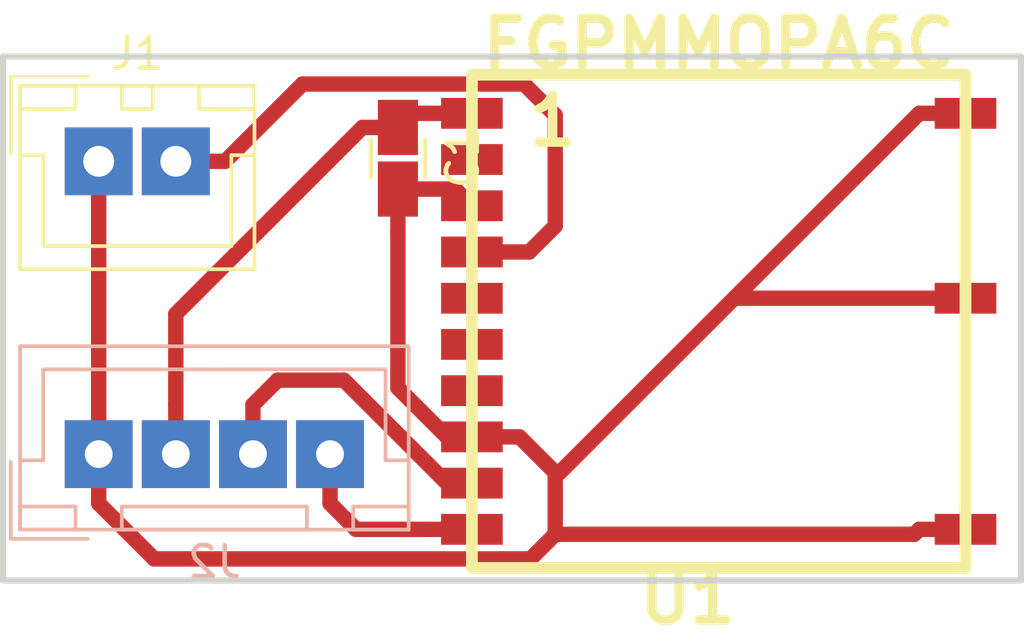
<source format=kicad_pcb>
(kicad_pcb (version 20171130) (host pcbnew 5.0.2-bee76a0~70~ubuntu18.04.1)

  (general
    (thickness 1.6)
    (drawings 4)
    (tracks 45)
    (zones 0)
    (modules 4)
    (nets 10)
  )

  (page A4)
  (layers
    (0 F.Cu signal)
    (31 B.Cu signal)
    (32 B.Adhes user)
    (33 F.Adhes user)
    (34 B.Paste user)
    (35 F.Paste user)
    (36 B.SilkS user)
    (37 F.SilkS user)
    (38 B.Mask user)
    (39 F.Mask user)
    (40 Dwgs.User user)
    (41 Cmts.User user)
    (42 Eco1.User user)
    (43 Eco2.User user)
    (44 Edge.Cuts user)
    (45 Margin user)
    (46 B.CrtYd user)
    (47 F.CrtYd user)
    (48 B.Fab user)
    (49 F.Fab user)
  )

  (setup
    (last_trace_width 0.5)
    (trace_clearance 0.2)
    (zone_clearance 0.508)
    (zone_45_only no)
    (trace_min 0.2)
    (segment_width 0.2)
    (edge_width 0.15)
    (via_size 2)
    (via_drill 0.4)
    (via_min_size 0.4)
    (via_min_drill 0.3)
    (uvia_size 0.3)
    (uvia_drill 0.1)
    (uvias_allowed no)
    (uvia_min_size 0.2)
    (uvia_min_drill 0.1)
    (pcb_text_width 0.3)
    (pcb_text_size 1.5 1.5)
    (mod_edge_width 0.15)
    (mod_text_size 1 1)
    (mod_text_width 0.15)
    (pad_size 1.524 1.524)
    (pad_drill 0.762)
    (pad_to_mask_clearance 0.051)
    (solder_mask_min_width 0.25)
    (aux_axis_origin 0 0)
    (visible_elements FFFFFF7F)
    (pcbplotparams
      (layerselection 0x010fc_ffffffff)
      (usegerberextensions false)
      (usegerberattributes false)
      (usegerberadvancedattributes false)
      (creategerberjobfile false)
      (excludeedgelayer true)
      (linewidth 0.100000)
      (plotframeref false)
      (viasonmask false)
      (mode 1)
      (useauxorigin false)
      (hpglpennumber 1)
      (hpglpenspeed 20)
      (hpglpendiameter 15.000000)
      (psnegative false)
      (psa4output false)
      (plotreference true)
      (plotvalue true)
      (plotinvisibletext false)
      (padsonsilk false)
      (subtractmaskfromsilk false)
      (outputformat 1)
      (mirror false)
      (drillshape 1)
      (scaleselection 1)
      (outputdirectory ""))
  )

  (net 0 "")
  (net 1 GND)
  (net 2 VCC)
  (net 3 GPS_TX)
  (net 4 GPS_RX)
  (net 5 +BATT)
  (net 6 "Net-(U1-Pad2)")
  (net 7 "Net-(U1-Pad5)")
  (net 8 "Net-(U1-Pad6)")
  (net 9 "Net-(U1-Pad7)")

  (net_class Default "This is the default net class."
    (clearance 0.2)
    (trace_width 0.5)
    (via_dia 2)
    (via_drill 0.4)
    (uvia_dia 0.3)
    (uvia_drill 0.1)
    (add_net +BATT)
    (add_net GND)
    (add_net GPS_RX)
    (add_net GPS_TX)
    (add_net "Net-(U1-Pad2)")
    (add_net "Net-(U1-Pad5)")
    (add_net "Net-(U1-Pad6)")
    (add_net "Net-(U1-Pad7)")
    (add_net VCC)
  )

  (module coddingtonbear:0805_Milling (layer F.Cu) (tedit 5A864972) (tstamp 5CE43D4E)
    (at 121.8 80.3 270)
    (descr "Resistor SMD 0805, reflow soldering, Vishay (see dcrcw.pdf)")
    (tags "resistor 0805")
    (path /5CE26E4E)
    (attr smd)
    (fp_text reference C1 (at 0 -2.1 270) (layer F.SilkS)
      (effects (font (size 1 1) (thickness 0.15)))
    )
    (fp_text value 0.1u (at 0 2.1 270) (layer F.Fab)
      (effects (font (size 1 1) (thickness 0.15)))
    )
    (fp_line (start -0.6 -0.875) (end 0.6 -0.875) (layer F.SilkS) (width 0.15))
    (fp_line (start 0.6 0.875) (end -0.6 0.875) (layer F.SilkS) (width 0.15))
    (pad 2 smd rect (at 1 0 270) (size 1.79 1.3) (layers F.Cu F.Paste F.Mask)
      (net 1 GND))
    (pad 1 smd rect (at -1 0 270) (size 1.79 1.3) (layers F.Cu F.Paste F.Mask)
      (net 2 VCC))
    (model Resistors_SMD.3dshapes/R_0805.wrl
      (at (xyz 0 0 0))
      (scale (xyz 1 1 1))
      (rotate (xyz 0 0 0))
    )
  )

  (module coddingtonbear:FGPMMOPA6C (layer F.Cu) (tedit 5A868156) (tstamp 5CE43D46)
    (at 132.20049 85.591501)
    (path /5CE2698A)
    (fp_text reference U1 (at -1.00076 8.99922) (layer F.SilkS)
      (effects (font (size 1.524 1.524) (thickness 0.3048)))
    )
    (fp_text value FGPMMOPA6C (at 0 -8.99922) (layer F.SilkS)
      (effects (font (size 1.524 1.524) (thickness 0.3048)))
    )
    (fp_text user 1 (at -5.3848 -6.5024) (layer F.SilkS)
      (effects (font (size 1.524 1.524) (thickness 0.3048)))
    )
    (fp_line (start -8.001 0) (end -8.001 -8.001) (layer F.SilkS) (width 0.381))
    (fp_line (start -8.001 -8.001) (end 8.001 -8.001) (layer F.SilkS) (width 0.381))
    (fp_line (start 8.001 -8.001) (end 8.001 5.99948) (layer F.SilkS) (width 0.381))
    (fp_line (start 8.001 5.99948) (end 8.001 8.001) (layer F.SilkS) (width 0.381))
    (fp_line (start 8.001 8.001) (end -8.001 8.001) (layer F.SilkS) (width 0.381))
    (fp_line (start -8.001 8.001) (end -8.001 0) (layer F.SilkS) (width 0.381))
    (pad 1 smd rect (at -8.001 -6.74878) (size 1.99898 1.00076) (layers F.Cu F.Paste F.Mask)
      (net 2 VCC))
    (pad 2 smd rect (at -8.001 -5.25018) (size 1.99898 1.00076) (layers F.Cu F.Paste F.Mask)
      (net 6 "Net-(U1-Pad2)"))
    (pad 3 smd rect (at -8.001 -3.74904) (size 1.99898 1.00076) (layers F.Cu F.Paste F.Mask)
      (net 1 GND))
    (pad 4 smd rect (at -8.001 -2.25044) (size 1.99898 1.00076) (layers F.Cu F.Paste F.Mask)
      (net 5 +BATT))
    (pad 5 smd rect (at -8.001 -0.7493) (size 1.99898 1.00076) (layers F.Cu F.Paste F.Mask)
      (net 7 "Net-(U1-Pad5)"))
    (pad 6 smd rect (at -8.001 0.7493) (size 1.99898 1.00076) (layers F.Cu F.Paste F.Mask)
      (net 8 "Net-(U1-Pad6)"))
    (pad 7 smd rect (at -8.001 2.25044) (size 1.99898 1.00076) (layers F.Cu F.Paste F.Mask)
      (net 9 "Net-(U1-Pad7)"))
    (pad 8 smd rect (at -8.001 3.74904) (size 1.99898 1.00076) (layers F.Cu F.Paste F.Mask)
      (net 1 GND))
    (pad 9 smd rect (at -8.001 5.25018) (size 1.99898 1.00076) (layers F.Cu F.Paste F.Mask)
      (net 3 GPS_TX))
    (pad 10 smd rect (at -8.001 6.74878) (size 1.99898 1.00076) (layers F.Cu F.Paste F.Mask)
      (net 4 GPS_RX))
    (pad 11 smd rect (at 8.001 6.74878) (size 1.99898 1.00076) (layers F.Cu F.Paste F.Mask)
      (net 1 GND))
    (pad 12 smd rect (at 8.001 -0.7493) (size 1.99898 1.00076) (layers F.Cu F.Paste F.Mask)
      (net 1 GND))
    (pad 13 smd rect (at 8.001 -6.74878) (size 1.99898 1.00076) (layers F.Cu F.Paste F.Mask)
      (net 1 GND))
  )

  (module coddingtonbear:JST_XH_B02B-XH-A_02x2.50mm_Straight_LargePads (layer F.Cu) (tedit 5C68C6C1) (tstamp 5CE43D2E)
    (at 112.1 80.4)
    (descr "JST XH series connector, B02B-XH-A, top entry type, through hole")
    (tags "connector jst xh tht top vertical 2.50mm")
    (path /5CE27172)
    (fp_text reference J1 (at 1.25 -3.5 180) (layer F.SilkS)
      (effects (font (size 1 1) (thickness 0.15)))
    )
    (fp_text value BATT (at 1.25 4.5) (layer F.Fab)
      (effects (font (size 1 1) (thickness 0.15)))
    )
    (fp_line (start -2.450001 -2.35) (end -2.450001 3.4) (layer F.Fab) (width 0.1))
    (fp_line (start -2.450001 3.4) (end 4.950001 3.4) (layer F.Fab) (width 0.1))
    (fp_line (start 4.950001 3.4) (end 4.950001 -2.35) (layer F.Fab) (width 0.1))
    (fp_line (start 4.950001 -2.35) (end -2.450001 -2.35) (layer F.Fab) (width 0.1))
    (fp_line (start -2.95 -2.85) (end -2.95 3.899999) (layer F.CrtYd) (width 0.05))
    (fp_line (start -2.95 3.899999) (end 5.45 3.899999) (layer F.CrtYd) (width 0.05))
    (fp_line (start 5.45 3.899999) (end 5.45 -2.85) (layer F.CrtYd) (width 0.05))
    (fp_line (start 5.45 -2.85) (end -2.95 -2.85) (layer F.CrtYd) (width 0.05))
    (fp_line (start -2.55 -2.45) (end -2.55 3.5) (layer F.SilkS) (width 0.12))
    (fp_line (start -2.55 3.5) (end 5.05 3.5) (layer F.SilkS) (width 0.12))
    (fp_line (start 5.05 3.5) (end 5.05 -2.45) (layer F.SilkS) (width 0.12))
    (fp_line (start 5.05 -2.45) (end -2.55 -2.45) (layer F.SilkS) (width 0.12))
    (fp_line (start 0.75 -2.450001) (end 0.750001 -1.7) (layer F.SilkS) (width 0.12))
    (fp_line (start 0.750001 -1.7) (end 1.749999 -1.7) (layer F.SilkS) (width 0.12))
    (fp_line (start 1.749999 -1.7) (end 1.749999 -2.45) (layer F.SilkS) (width 0.12))
    (fp_line (start 1.749999 -2.45) (end 0.75 -2.450001) (layer F.SilkS) (width 0.12))
    (fp_line (start -2.55 -2.45) (end -2.55 -1.7) (layer F.SilkS) (width 0.12))
    (fp_line (start -2.55 -1.7) (end -0.750001 -1.7) (layer F.SilkS) (width 0.12))
    (fp_line (start -0.750001 -1.7) (end -0.75 -2.450001) (layer F.SilkS) (width 0.12))
    (fp_line (start -0.75 -2.450001) (end -2.55 -2.45) (layer F.SilkS) (width 0.12))
    (fp_line (start 3.25 -2.450001) (end 3.250001 -1.7) (layer F.SilkS) (width 0.12))
    (fp_line (start 3.250001 -1.7) (end 5.05 -1.7) (layer F.SilkS) (width 0.12))
    (fp_line (start 5.05 -1.7) (end 5.05 -2.45) (layer F.SilkS) (width 0.12))
    (fp_line (start 5.05 -2.45) (end 3.25 -2.450001) (layer F.SilkS) (width 0.12))
    (fp_line (start -2.55 -0.2) (end -1.8 -0.2) (layer F.SilkS) (width 0.12))
    (fp_line (start -1.8 -0.2) (end -1.8 2.75) (layer F.SilkS) (width 0.12))
    (fp_line (start -1.8 2.75) (end 1.25 2.75) (layer F.SilkS) (width 0.12))
    (fp_line (start 5.05 -0.2) (end 4.3 -0.2) (layer F.SilkS) (width 0.12))
    (fp_line (start 4.3 -0.2) (end 4.3 2.75) (layer F.SilkS) (width 0.12))
    (fp_line (start 4.3 2.75) (end 1.25 2.75) (layer F.SilkS) (width 0.12))
    (fp_line (start -0.35 -2.75) (end -2.85 -2.75) (layer F.SilkS) (width 0.12))
    (fp_line (start -2.85 -2.75) (end -2.85 -0.25) (layer F.SilkS) (width 0.12))
    (fp_line (start -0.35 -2.75) (end -2.85 -2.75) (layer F.Fab) (width 0.1))
    (fp_line (start -2.85 -2.75) (end -2.85 -0.25) (layer F.Fab) (width 0.1))
    (fp_text user %R (at 1.25 2.499999) (layer F.Fab)
      (effects (font (size 1 1) (thickness 0.15)))
    )
    (pad 1 thru_hole rect (at 0 0) (size 2.2 2.2) (drill 1) (layers *.Cu *.Mask)
      (net 1 GND))
    (pad 2 thru_hole rect (at 2.5 0) (size 2.2 2.2) (drill 1) (layers *.Cu *.Mask)
      (net 5 +BATT))
    (model Connectors_JST.3dshapes/JST_XH_B02B-XH-A_02x2.50mm_Straight.wrl
      (at (xyz 0 0 0))
      (scale (xyz 1 1 1))
      (rotate (xyz 0 0 0))
    )
  )

  (module coddingtonbear:JST_XH_B04B-XH-A_04x2.50mm_Straight_LargePads (layer B.Cu) (tedit 5C68C6D6) (tstamp 5CE43D05)
    (at 112.1 89.9)
    (descr "JST XH series connector, B04B-XH-A, top entry type, through hole")
    (tags "connector jst xh tht top vertical 2.50mm")
    (path /5CE26A7B)
    (fp_text reference J2 (at 3.75 3.5) (layer B.SilkS)
      (effects (font (size 1 1) (thickness 0.15)) (justify mirror))
    )
    (fp_text value UART (at 3.75 -4.5) (layer B.Fab)
      (effects (font (size 1 1) (thickness 0.15)) (justify mirror))
    )
    (fp_line (start -2.45 2.35) (end -2.45 -3.4) (layer B.Fab) (width 0.1))
    (fp_line (start -2.45 -3.4) (end 9.95 -3.4) (layer B.Fab) (width 0.1))
    (fp_line (start 9.95 -3.4) (end 9.95 2.35) (layer B.Fab) (width 0.1))
    (fp_line (start 9.95 2.35) (end -2.45 2.35) (layer B.Fab) (width 0.1))
    (fp_line (start -2.95 2.85) (end -2.95 -3.9) (layer B.CrtYd) (width 0.05))
    (fp_line (start -2.95 -3.9) (end 10.4 -3.9) (layer B.CrtYd) (width 0.05))
    (fp_line (start 10.4 -3.9) (end 10.4 2.85) (layer B.CrtYd) (width 0.05))
    (fp_line (start 10.4 2.85) (end -2.95 2.85) (layer B.CrtYd) (width 0.05))
    (fp_line (start -2.55 2.45) (end -2.55 -3.5) (layer B.SilkS) (width 0.12))
    (fp_line (start -2.55 -3.5) (end 10.05 -3.5) (layer B.SilkS) (width 0.12))
    (fp_line (start 10.05 -3.5) (end 10.05 2.45) (layer B.SilkS) (width 0.12))
    (fp_line (start 10.05 2.45) (end -2.55 2.45) (layer B.SilkS) (width 0.12))
    (fp_line (start 0.75 2.45) (end 0.75 1.7) (layer B.SilkS) (width 0.12))
    (fp_line (start 0.75 1.7) (end 6.75 1.7) (layer B.SilkS) (width 0.12))
    (fp_line (start 6.75 1.7) (end 6.75 2.45) (layer B.SilkS) (width 0.12))
    (fp_line (start 6.75 2.45) (end 0.75 2.45) (layer B.SilkS) (width 0.12))
    (fp_line (start -2.55 2.45) (end -2.55 1.7) (layer B.SilkS) (width 0.12))
    (fp_line (start -2.55 1.7) (end -0.75 1.7) (layer B.SilkS) (width 0.12))
    (fp_line (start -0.75 1.7) (end -0.75 2.45) (layer B.SilkS) (width 0.12))
    (fp_line (start -0.75 2.45) (end -2.55 2.45) (layer B.SilkS) (width 0.12))
    (fp_line (start 8.25 2.45) (end 8.25 1.7) (layer B.SilkS) (width 0.12))
    (fp_line (start 8.25 1.7) (end 10.05 1.7) (layer B.SilkS) (width 0.12))
    (fp_line (start 10.05 1.7) (end 10.05 2.45) (layer B.SilkS) (width 0.12))
    (fp_line (start 10.05 2.45) (end 8.25 2.45) (layer B.SilkS) (width 0.12))
    (fp_line (start -2.55 0.2) (end -1.8 0.2) (layer B.SilkS) (width 0.12))
    (fp_line (start -1.8 0.2) (end -1.8 -2.75) (layer B.SilkS) (width 0.12))
    (fp_line (start -1.8 -2.75) (end 3.75 -2.75) (layer B.SilkS) (width 0.12))
    (fp_line (start 10.05 0.2) (end 9.3 0.2) (layer B.SilkS) (width 0.12))
    (fp_line (start 9.3 0.2) (end 9.3 -2.75) (layer B.SilkS) (width 0.12))
    (fp_line (start 9.3 -2.75) (end 3.75 -2.75) (layer B.SilkS) (width 0.12))
    (fp_line (start -0.35 2.75) (end -2.85 2.75) (layer B.SilkS) (width 0.12))
    (fp_line (start -2.85 2.75) (end -2.85 0.25) (layer B.SilkS) (width 0.12))
    (fp_line (start -0.35 2.75) (end -2.85 2.75) (layer B.Fab) (width 0.1))
    (fp_line (start -2.85 2.75) (end -2.85 0.25) (layer B.Fab) (width 0.1))
    (fp_text user %R (at 3.75 -2.5) (layer B.Fab)
      (effects (font (size 1 1) (thickness 0.15)) (justify mirror))
    )
    (pad 1 thru_hole rect (at 0 0) (size 2.2 2.2) (drill 0.9) (layers *.Cu *.Mask)
      (net 1 GND))
    (pad 2 thru_hole rect (at 2.5 0) (size 2.2 2.2) (drill 0.9) (layers *.Cu *.Mask)
      (net 2 VCC))
    (pad 3 thru_hole rect (at 5 0) (size 2.2 2.2) (drill 0.9) (layers *.Cu *.Mask)
      (net 3 GPS_TX))
    (pad 4 thru_hole rect (at 7.5 0) (size 2.2 2.2) (drill 0.9) (layers *.Cu *.Mask)
      (net 4 GPS_RX))
    (model Connectors_JST.3dshapes/JST_XH_B04B-XH-A_04x2.50mm_Straight.wrl
      (at (xyz 0 0 0))
      (scale (xyz 1 1 1))
      (rotate (xyz 0 0 0))
    )
  )

  (gr_line (start 109 94) (end 109 77) (layer Edge.Cuts) (width 0.2))
  (gr_line (start 142 94) (end 109 94) (layer Edge.Cuts) (width 0.2))
  (gr_line (start 142 77) (end 142 94) (layer Edge.Cuts) (width 0.2))
  (gr_line (start 109 77) (end 142 77) (layer Edge.Cuts) (width 0.2))

  (segment (start 126.9 92.5) (end 126.9 90.5) (width 0.5) (layer F.Cu) (net 1))
  (segment (start 125.740541 89.340541) (end 124.19949 89.340541) (width 0.5) (layer F.Cu) (net 1))
  (segment (start 126.9 90.5) (end 125.740541 89.340541) (width 0.5) (layer F.Cu) (net 1))
  (segment (start 127.044721 90.5) (end 126.9 90.5) (width 0.5) (layer F.Cu) (net 1))
  (segment (start 140.20149 78.842721) (end 138.702 78.842721) (width 0.5) (layer F.Cu) (net 1))
  (segment (start 132.786922 84.842201) (end 132.744721 84.8) (width 0.5) (layer F.Cu) (net 1))
  (segment (start 140.20149 84.842201) (end 132.786922 84.842201) (width 0.5) (layer F.Cu) (net 1))
  (segment (start 138.702 78.842721) (end 132.744721 84.8) (width 0.5) (layer F.Cu) (net 1))
  (segment (start 132.744721 84.8) (end 127.044721 90.5) (width 0.5) (layer F.Cu) (net 1))
  (segment (start 138.542281 92.5) (end 126.9 92.5) (width 0.5) (layer F.Cu) (net 1))
  (segment (start 140.20149 92.340281) (end 138.702 92.340281) (width 0.5) (layer F.Cu) (net 1))
  (segment (start 138.702 92.340281) (end 138.542281 92.5) (width 0.5) (layer F.Cu) (net 1))
  (segment (start 122.257279 78.842721) (end 121.8 79.3) (width 0.5) (layer F.Cu) (net 2))
  (segment (start 124.19949 78.842721) (end 122.257279 78.842721) (width 0.5) (layer F.Cu) (net 2))
  (segment (start 114.6 88.3) (end 114.6 89.9) (width 0.5) (layer F.Cu) (net 2))
  (segment (start 114.6 85.35) (end 114.6 88.3) (width 0.5) (layer F.Cu) (net 2))
  (segment (start 121.8 79.3) (end 120.65 79.3) (width 0.5) (layer F.Cu) (net 2))
  (segment (start 120.65 79.3) (end 114.6 85.35) (width 0.5) (layer F.Cu) (net 2))
  (segment (start 122.7 92.340281) (end 124.19949 92.340281) (width 0.5) (layer F.Cu) (net 4))
  (segment (start 120.440281 92.340281) (end 122.7 92.340281) (width 0.5) (layer F.Cu) (net 4))
  (segment (start 119.6 89.9) (end 119.6 91.5) (width 0.5) (layer F.Cu) (net 4))
  (segment (start 119.6 91.5) (end 120.440281 92.340281) (width 0.5) (layer F.Cu) (net 4))
  (segment (start 123.657029 81.3) (end 124.19949 81.842461) (width 0.5) (layer F.Cu) (net 1))
  (segment (start 121.8 81.3) (end 123.657029 81.3) (width 0.5) (layer F.Cu) (net 1))
  (segment (start 121.8 82.695) (end 121.8 81.3) (width 0.5) (layer F.Cu) (net 1))
  (segment (start 121.8 87.752323) (end 121.8 82.695) (width 0.5) (layer F.Cu) (net 1))
  (segment (start 123.388218 89.340541) (end 121.8 87.752323) (width 0.5) (layer F.Cu) (net 1))
  (segment (start 124.19949 89.340541) (end 123.388218 89.340541) (width 0.5) (layer F.Cu) (net 1))
  (segment (start 126.1 93.3) (end 126.9 92.5) (width 0.5) (layer F.Cu) (net 1))
  (segment (start 113.9 93.3) (end 126.1 93.3) (width 0.5) (layer F.Cu) (net 1))
  (segment (start 112.1 89.9) (end 112.1 91.5) (width 0.5) (layer F.Cu) (net 1))
  (segment (start 112.1 91.5) (end 113.9 93.3) (width 0.5) (layer F.Cu) (net 1))
  (segment (start 112.1 89.9) (end 112.1 80.4) (width 0.5) (layer F.Cu) (net 1))
  (segment (start 117.9 87.5) (end 117.1 88.3) (width 0.5) (layer F.Cu) (net 3))
  (segment (start 117.1 88.3) (end 117.1 89.9) (width 0.5) (layer F.Cu) (net 3))
  (segment (start 123.390758 90.841681) (end 120.049077 87.5) (width 0.5) (layer F.Cu) (net 3))
  (segment (start 120.049077 87.5) (end 117.9 87.5) (width 0.5) (layer F.Cu) (net 3))
  (segment (start 124.19949 90.841681) (end 123.390758 90.841681) (width 0.5) (layer F.Cu) (net 3))
  (segment (start 118.70766 77.89234) (end 125.89234 77.89234) (width 0.5) (layer F.Cu) (net 5))
  (segment (start 114.6 80.4) (end 116.2 80.4) (width 0.5) (layer F.Cu) (net 5))
  (segment (start 116.2 80.4) (end 118.70766 77.89234) (width 0.5) (layer F.Cu) (net 5))
  (segment (start 125.89234 77.89234) (end 126.9 78.9) (width 0.5) (layer F.Cu) (net 5))
  (segment (start 126.9 78.9) (end 126.9 82.5) (width 0.5) (layer F.Cu) (net 5))
  (segment (start 126.058939 83.341061) (end 124.19949 83.341061) (width 0.5) (layer F.Cu) (net 5))
  (segment (start 126.9 82.5) (end 126.058939 83.341061) (width 0.5) (layer F.Cu) (net 5))

)

</source>
